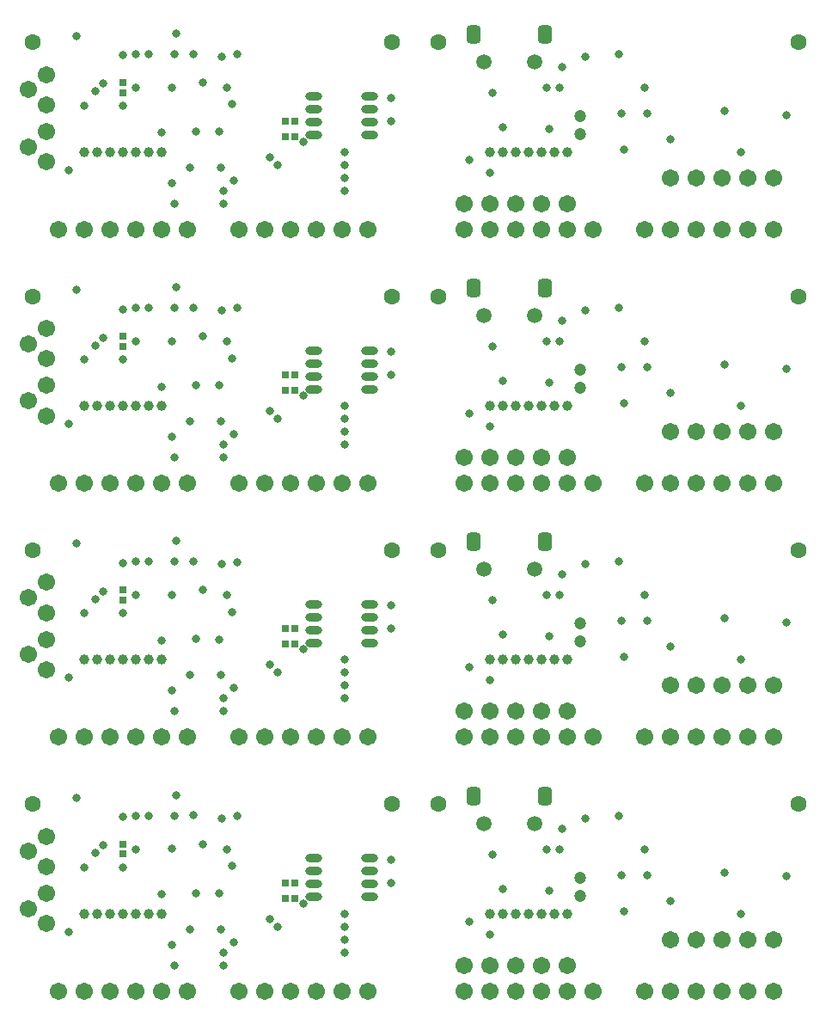
<source format=gbs>
G04*
G04 #@! TF.GenerationSoftware,Altium Limited,Altium Designer,20.2.7 (254)*
G04*
G04 Layer_Color=16711935*
%FSLAX44Y44*%
%MOMM*%
G71*
G04*
G04 #@! TF.SameCoordinates,9E9914D9-28FD-47AE-AA4C-24E4B2164C89*
G04*
G04*
G04 #@! TF.FilePolarity,Negative*
G04*
G01*
G75*
%ADD50R,0.7532X0.6532*%
%ADD51R,0.6532X0.7532*%
%ADD60C,1.7032*%
%ADD61C,1.2032*%
G04:AMPARAMS|DCode=62|XSize=1.4032mm|YSize=1.8032mm|CornerRadius=0.4016mm|HoleSize=0mm|Usage=FLASHONLY|Rotation=180.000|XOffset=0mm|YOffset=0mm|HoleType=Round|Shape=RoundedRectangle|*
%AMROUNDEDRECTD62*
21,1,1.4032,1.0000,0,0,180.0*
21,1,0.6000,1.8032,0,0,180.0*
1,1,0.8032,-0.3000,0.5000*
1,1,0.8032,0.3000,0.5000*
1,1,0.8032,0.3000,-0.5000*
1,1,0.8032,-0.3000,-0.5000*
%
%ADD62ROUNDEDRECTD62*%
%ADD63C,1.5032*%
%ADD64C,1.0032*%
%ADD65C,0.8032*%
%ADD66C,1.6032*%
%ADD78O,1.6532X0.8032*%
D50*
X121600Y430100D02*
D03*
Y440100D02*
D03*
Y680100D02*
D03*
Y690100D02*
D03*
Y930100D02*
D03*
Y940100D02*
D03*
Y190100D02*
D03*
Y180100D02*
D03*
D51*
X291700Y402080D02*
D03*
X281700D02*
D03*
X291700Y652080D02*
D03*
X281700D02*
D03*
X291700Y902080D02*
D03*
X281700D02*
D03*
X291700Y386840D02*
D03*
X281700D02*
D03*
X291700Y636840D02*
D03*
X281700D02*
D03*
X291700Y886840D02*
D03*
X281700D02*
D03*
Y152080D02*
D03*
Y136840D02*
D03*
X291700Y152080D02*
D03*
Y136840D02*
D03*
D60*
X762900Y545400D02*
D03*
X737500D02*
D03*
X712100D02*
D03*
X686700D02*
D03*
X661300D02*
D03*
X635900D02*
D03*
X762900Y295400D02*
D03*
X737500D02*
D03*
X712100D02*
D03*
X686700D02*
D03*
X661300D02*
D03*
X635900D02*
D03*
X762900Y795400D02*
D03*
X737500D02*
D03*
X712100D02*
D03*
X686700D02*
D03*
X661300D02*
D03*
X635900D02*
D03*
X585100Y295400D02*
D03*
X559700D02*
D03*
X534300D02*
D03*
X508900D02*
D03*
X483500D02*
D03*
X458100D02*
D03*
X585100Y545400D02*
D03*
X559700D02*
D03*
X534300D02*
D03*
X508900D02*
D03*
X483500D02*
D03*
X458100D02*
D03*
X585100Y795400D02*
D03*
X559700D02*
D03*
X534300D02*
D03*
X508900D02*
D03*
X483500D02*
D03*
X458100D02*
D03*
X362900Y295400D02*
D03*
X337500D02*
D03*
X312100D02*
D03*
X286700D02*
D03*
X261300D02*
D03*
X235900D02*
D03*
X362900Y545400D02*
D03*
X337500D02*
D03*
X312100D02*
D03*
X286700D02*
D03*
X261300D02*
D03*
X235900D02*
D03*
X362900Y795400D02*
D03*
X337500D02*
D03*
X312100D02*
D03*
X286700D02*
D03*
X261300D02*
D03*
X235900D02*
D03*
X185100Y295400D02*
D03*
X159700D02*
D03*
X134300D02*
D03*
X108900D02*
D03*
X83500D02*
D03*
X58100D02*
D03*
X185100Y545400D02*
D03*
X159700D02*
D03*
X134300D02*
D03*
X108900D02*
D03*
X83500D02*
D03*
X58100D02*
D03*
X185100Y795400D02*
D03*
X159700D02*
D03*
X134300D02*
D03*
X108900D02*
D03*
X83500D02*
D03*
X58100D02*
D03*
X47066Y447800D02*
D03*
X29066Y432800D02*
D03*
X47066Y417800D02*
D03*
Y697800D02*
D03*
X29066Y682800D02*
D03*
X47066Y667800D02*
D03*
Y947800D02*
D03*
X29066Y932800D02*
D03*
X47066Y917800D02*
D03*
X46846Y391680D02*
D03*
Y361680D02*
D03*
X28846Y376680D02*
D03*
X46846Y641680D02*
D03*
Y611680D02*
D03*
X28846Y626680D02*
D03*
X46846Y891680D02*
D03*
Y861680D02*
D03*
X28846Y876680D02*
D03*
X559700Y320800D02*
D03*
X534300D02*
D03*
X508900D02*
D03*
X483500D02*
D03*
X458100D02*
D03*
X559700Y570800D02*
D03*
X534300D02*
D03*
X508900D02*
D03*
X483500D02*
D03*
X458100D02*
D03*
X559700Y820800D02*
D03*
X534300D02*
D03*
X508900D02*
D03*
X483500D02*
D03*
X458100D02*
D03*
X762900Y346200D02*
D03*
X737500D02*
D03*
X712100D02*
D03*
X686700D02*
D03*
X661300D02*
D03*
X762900Y596200D02*
D03*
X737500D02*
D03*
X712100D02*
D03*
X686700D02*
D03*
X661300D02*
D03*
X762900Y846200D02*
D03*
X737500D02*
D03*
X712100D02*
D03*
X686700D02*
D03*
X661300D02*
D03*
X762900Y96200D02*
D03*
X661300D02*
D03*
X312100Y45400D02*
D03*
X134300D02*
D03*
X47066Y167800D02*
D03*
X46846Y141680D02*
D03*
X58100Y45400D02*
D03*
X235900D02*
D03*
X185100D02*
D03*
X712100Y96200D02*
D03*
X261300Y45400D02*
D03*
X83500D02*
D03*
X47066Y197800D02*
D03*
X286700Y45400D02*
D03*
X108900D02*
D03*
X635900D02*
D03*
X458100D02*
D03*
Y70800D02*
D03*
X661300Y45400D02*
D03*
X483500D02*
D03*
Y70800D02*
D03*
X686700Y45400D02*
D03*
X508900D02*
D03*
Y70800D02*
D03*
X712100Y45400D02*
D03*
X534300D02*
D03*
Y70800D02*
D03*
X737500Y45400D02*
D03*
X559700D02*
D03*
Y70800D02*
D03*
X46846Y111680D02*
D03*
X686700Y96200D02*
D03*
X737500D02*
D03*
X337500Y45400D02*
D03*
X159700D02*
D03*
X762900D02*
D03*
X585100D02*
D03*
X362900D02*
D03*
X29066Y182800D02*
D03*
X28846Y126680D02*
D03*
D61*
X572400Y389380D02*
D03*
Y407160D02*
D03*
Y639380D02*
D03*
Y657160D02*
D03*
Y889380D02*
D03*
Y907160D02*
D03*
Y157160D02*
D03*
Y139380D02*
D03*
D62*
X467400Y487500D02*
D03*
X537400D02*
D03*
X467400Y737500D02*
D03*
X537400D02*
D03*
X467400Y987500D02*
D03*
X537400D02*
D03*
Y237500D02*
D03*
X467400D02*
D03*
D63*
X527400Y460500D02*
D03*
X477400D02*
D03*
X527400Y710500D02*
D03*
X477400D02*
D03*
X527400Y960500D02*
D03*
X477400D02*
D03*
Y210500D02*
D03*
X527400D02*
D03*
D64*
X559700Y371600D02*
D03*
X547000D02*
D03*
X534300D02*
D03*
X521600D02*
D03*
X508900D02*
D03*
X496200D02*
D03*
X483500D02*
D03*
X559700Y621600D02*
D03*
X547000D02*
D03*
X534300D02*
D03*
X521600D02*
D03*
X508900D02*
D03*
X496200D02*
D03*
X483500D02*
D03*
X559700Y871600D02*
D03*
X547000D02*
D03*
X534300D02*
D03*
X521600D02*
D03*
X508900D02*
D03*
X496200D02*
D03*
X483500D02*
D03*
X159700Y371600D02*
D03*
X147000D02*
D03*
X134300D02*
D03*
X121600D02*
D03*
X108900D02*
D03*
X96200D02*
D03*
X83500D02*
D03*
X159700Y621600D02*
D03*
X147000D02*
D03*
X134300D02*
D03*
X121600D02*
D03*
X108900D02*
D03*
X96200D02*
D03*
X83500D02*
D03*
X159700Y871600D02*
D03*
X147000D02*
D03*
X134300D02*
D03*
X121600D02*
D03*
X108900D02*
D03*
X96200D02*
D03*
X83500D02*
D03*
X496200Y121600D02*
D03*
X96200D02*
D03*
X483500D02*
D03*
X83500D02*
D03*
X508900D02*
D03*
X108900D02*
D03*
X559700D02*
D03*
X159700D02*
D03*
X534300D02*
D03*
X134300D02*
D03*
X521600D02*
D03*
X547000D02*
D03*
X121600D02*
D03*
X147000D02*
D03*
D65*
X220660Y83500D02*
D03*
X610500Y218120D02*
D03*
X554620Y205420D02*
D03*
X539380Y185100D02*
D03*
X463180Y113980D02*
D03*
X615580Y124140D02*
D03*
X169860Y91120D02*
D03*
X68260Y103820D02*
D03*
X775600Y158157D02*
D03*
X661300Y134300D02*
D03*
X147000Y218120D02*
D03*
X200340Y190180D02*
D03*
X230820Y93660D02*
D03*
X299400Y131760D02*
D03*
X218120Y106360D02*
D03*
X75880Y235900D02*
D03*
X172400Y218120D02*
D03*
X134300D02*
D03*
Y185100D02*
D03*
X191450Y218317D02*
D03*
X94930Y181290D02*
D03*
X274000Y108900D02*
D03*
X83500Y167320D02*
D03*
X577480Y215580D02*
D03*
X541920Y144460D02*
D03*
X496200Y146090D02*
D03*
X552080Y185100D02*
D03*
X174445Y238360D02*
D03*
X121600Y216850D02*
D03*
X159700Y140650D02*
D03*
X229550Y168590D02*
D03*
X172400Y70800D02*
D03*
X340040Y121600D02*
D03*
X193990Y141920D02*
D03*
X340040Y108900D02*
D03*
X613040Y159700D02*
D03*
X638440D02*
D03*
X169860Y185270D02*
D03*
X340040Y96200D02*
D03*
X216607Y141750D02*
D03*
X714640Y162240D02*
D03*
X731150Y121600D02*
D03*
X635900Y185100D02*
D03*
X340040Y83500D02*
D03*
X234630Y217950D02*
D03*
X220660Y70800D02*
D03*
X486040Y180020D02*
D03*
X483500Y101280D02*
D03*
X102550Y188910D02*
D03*
X187640Y106360D02*
D03*
X266380Y116520D02*
D03*
X219390Y215580D02*
D03*
X224470Y185100D02*
D03*
X121600Y167320D02*
D03*
X775600Y908157D02*
D03*
X661300Y884300D02*
D03*
X731150Y871600D02*
D03*
X615580Y874140D02*
D03*
X714640Y912240D02*
D03*
X577480Y965580D02*
D03*
X539380Y935100D02*
D03*
X554620Y955420D02*
D03*
X486040Y930020D02*
D03*
X496200Y896090D02*
D03*
X541920Y894460D02*
D03*
X635900Y935100D02*
D03*
X638440Y909700D02*
D03*
X610500Y968120D02*
D03*
X552080Y935100D02*
D03*
X483500Y851280D02*
D03*
X463180Y863980D02*
D03*
X613040Y909700D02*
D03*
X775600Y658157D02*
D03*
X661300Y634300D02*
D03*
X731150Y621600D02*
D03*
X615580Y624140D02*
D03*
X714640Y662240D02*
D03*
X577480Y715580D02*
D03*
X539380Y685100D02*
D03*
X554620Y705420D02*
D03*
X486040Y680020D02*
D03*
X496200Y646090D02*
D03*
X541920Y644460D02*
D03*
X635900Y685100D02*
D03*
X638440Y659700D02*
D03*
X610500Y718120D02*
D03*
X552080Y685100D02*
D03*
X483500Y601280D02*
D03*
X463180Y613980D02*
D03*
X613040Y659700D02*
D03*
X775600Y408157D02*
D03*
X661300Y384300D02*
D03*
X731150Y371600D02*
D03*
X615580Y374140D02*
D03*
X714640Y412240D02*
D03*
X577480Y465580D02*
D03*
X539380Y435100D02*
D03*
X554620Y455420D02*
D03*
X486040Y430020D02*
D03*
X496200Y396090D02*
D03*
X541920Y394460D02*
D03*
X635900Y435100D02*
D03*
X638440Y409700D02*
D03*
X610500Y468120D02*
D03*
X552080Y435100D02*
D03*
X483500Y351280D02*
D03*
X463180Y363980D02*
D03*
X613040Y409700D02*
D03*
X172400Y820800D02*
D03*
X159700Y890650D02*
D03*
X121600Y966850D02*
D03*
Y917320D02*
D03*
X134300Y968120D02*
D03*
X340040Y858900D02*
D03*
Y846200D02*
D03*
Y833500D02*
D03*
Y871600D02*
D03*
X220660Y820800D02*
D03*
Y833500D02*
D03*
X134300Y935100D02*
D03*
X191450Y968317D02*
D03*
X274000Y858900D02*
D03*
X218120Y856360D02*
D03*
X216607Y891750D02*
D03*
X169860Y935270D02*
D03*
X224470Y935100D02*
D03*
X193990Y891920D02*
D03*
X229550Y918590D02*
D03*
X187640Y856360D02*
D03*
X385760Y902080D02*
D03*
Y924940D02*
D03*
X68260Y853820D02*
D03*
X169860Y841120D02*
D03*
X147000Y968120D02*
D03*
X75880Y985900D02*
D03*
X174445Y988360D02*
D03*
X219390Y965580D02*
D03*
X234630Y967950D02*
D03*
X230820Y843660D02*
D03*
X299400Y881760D02*
D03*
X172400Y968120D02*
D03*
X94930Y931290D02*
D03*
X102550Y938910D02*
D03*
X83500Y917320D02*
D03*
X200340Y940180D02*
D03*
X266380Y866520D02*
D03*
X172400Y570800D02*
D03*
X159700Y640650D02*
D03*
X121600Y716850D02*
D03*
Y667320D02*
D03*
X134300Y718120D02*
D03*
X340040Y608900D02*
D03*
Y596200D02*
D03*
Y583500D02*
D03*
Y621600D02*
D03*
X220660Y570800D02*
D03*
Y583500D02*
D03*
X134300Y685100D02*
D03*
X191450Y718317D02*
D03*
X274000Y608900D02*
D03*
X218120Y606360D02*
D03*
X216607Y641750D02*
D03*
X169860Y685270D02*
D03*
X224470Y685100D02*
D03*
X193990Y641920D02*
D03*
X229550Y668590D02*
D03*
X187640Y606360D02*
D03*
X385760Y652080D02*
D03*
Y674940D02*
D03*
X68260Y603820D02*
D03*
X169860Y591120D02*
D03*
X147000Y718120D02*
D03*
X75880Y735900D02*
D03*
X174445Y738360D02*
D03*
X219390Y715580D02*
D03*
X234630Y717950D02*
D03*
X230820Y593660D02*
D03*
X299400Y631760D02*
D03*
X172400Y718120D02*
D03*
X94930Y681290D02*
D03*
X102550Y688910D02*
D03*
X83500Y667320D02*
D03*
X200340Y690180D02*
D03*
X266380Y616520D02*
D03*
X172400Y320800D02*
D03*
X159700Y390650D02*
D03*
X121600Y466850D02*
D03*
Y417320D02*
D03*
X134300Y468120D02*
D03*
X340040Y358900D02*
D03*
Y346200D02*
D03*
Y333500D02*
D03*
Y371600D02*
D03*
X220660Y320800D02*
D03*
Y333500D02*
D03*
X134300Y435100D02*
D03*
X191450Y468317D02*
D03*
X274000Y358900D02*
D03*
X218120Y356360D02*
D03*
X216607Y391750D02*
D03*
X169860Y435270D02*
D03*
X224470Y435100D02*
D03*
X193990Y391920D02*
D03*
X229550Y418590D02*
D03*
X187640Y356360D02*
D03*
X385760Y402080D02*
D03*
Y424940D02*
D03*
X68260Y353820D02*
D03*
X169860Y341120D02*
D03*
X147000Y468120D02*
D03*
X75880Y485900D02*
D03*
X174445Y488360D02*
D03*
X219390Y465580D02*
D03*
X234630Y467950D02*
D03*
X230820Y343660D02*
D03*
X299400Y381760D02*
D03*
X172400Y468120D02*
D03*
X94930Y431290D02*
D03*
X102550Y438910D02*
D03*
X83500Y417320D02*
D03*
X200340Y440180D02*
D03*
X266380Y366520D02*
D03*
X385760Y152080D02*
D03*
Y174940D02*
D03*
D66*
X787300Y979550D02*
D03*
X432700D02*
D03*
X787300Y729550D02*
D03*
X432700D02*
D03*
X787300Y479550D02*
D03*
X432700D02*
D03*
X787300Y229550D02*
D03*
X432700D02*
D03*
X32700Y979550D02*
D03*
X387300D02*
D03*
X32700Y729550D02*
D03*
X387300D02*
D03*
X32700Y479550D02*
D03*
X387300D02*
D03*
X32700Y229550D02*
D03*
X387300D02*
D03*
D78*
X310250Y388110D02*
D03*
Y400810D02*
D03*
Y413510D02*
D03*
Y426210D02*
D03*
X364750Y388110D02*
D03*
Y400810D02*
D03*
Y413510D02*
D03*
Y426210D02*
D03*
X310250Y638110D02*
D03*
Y650810D02*
D03*
Y663510D02*
D03*
Y676210D02*
D03*
X364750Y638110D02*
D03*
Y650810D02*
D03*
Y663510D02*
D03*
Y676210D02*
D03*
X310250Y888110D02*
D03*
Y900810D02*
D03*
Y913510D02*
D03*
Y926210D02*
D03*
X364750Y888110D02*
D03*
Y900810D02*
D03*
Y913510D02*
D03*
Y926210D02*
D03*
X310250Y176210D02*
D03*
X364750Y138110D02*
D03*
Y176210D02*
D03*
Y163510D02*
D03*
X310250Y150810D02*
D03*
Y138110D02*
D03*
X364750Y150810D02*
D03*
X310250Y163510D02*
D03*
M02*

</source>
